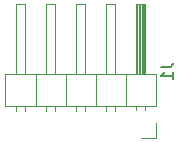
<source format=gbo>
G04 #@! TF.FileFunction,Legend,Bot*
%FSLAX46Y46*%
G04 Gerber Fmt 4.6, Leading zero omitted, Abs format (unit mm)*
G04 Created by KiCad (PCBNEW 4.0.7) date 02/21/18 20:26:29*
%MOMM*%
%LPD*%
G01*
G04 APERTURE LIST*
%ADD10C,0.100000*%
%ADD11C,0.120000*%
%ADD12C,0.150000*%
G04 APERTURE END LIST*
D10*
D11*
X143650000Y-95900000D02*
X130830000Y-95900000D01*
X130830000Y-95900000D02*
X130830000Y-93240000D01*
X130830000Y-93240000D02*
X143650000Y-93240000D01*
X143650000Y-93240000D02*
X143650000Y-95900000D01*
X142700000Y-93240000D02*
X142700000Y-87240000D01*
X142700000Y-87240000D02*
X141940000Y-87240000D01*
X141940000Y-87240000D02*
X141940000Y-93240000D01*
X142640000Y-93240000D02*
X142640000Y-87240000D01*
X142520000Y-93240000D02*
X142520000Y-87240000D01*
X142400000Y-93240000D02*
X142400000Y-87240000D01*
X142280000Y-93240000D02*
X142280000Y-87240000D01*
X142160000Y-93240000D02*
X142160000Y-87240000D01*
X142040000Y-93240000D02*
X142040000Y-87240000D01*
X142700000Y-96230000D02*
X142700000Y-95900000D01*
X141940000Y-96230000D02*
X141940000Y-95900000D01*
X141050000Y-95900000D02*
X141050000Y-93240000D01*
X140160000Y-93240000D02*
X140160000Y-87240000D01*
X140160000Y-87240000D02*
X139400000Y-87240000D01*
X139400000Y-87240000D02*
X139400000Y-93240000D01*
X140160000Y-96297071D02*
X140160000Y-95900000D01*
X139400000Y-96297071D02*
X139400000Y-95900000D01*
X138510000Y-95900000D02*
X138510000Y-93240000D01*
X137620000Y-93240000D02*
X137620000Y-87240000D01*
X137620000Y-87240000D02*
X136860000Y-87240000D01*
X136860000Y-87240000D02*
X136860000Y-93240000D01*
X137620000Y-96297071D02*
X137620000Y-95900000D01*
X136860000Y-96297071D02*
X136860000Y-95900000D01*
X135970000Y-95900000D02*
X135970000Y-93240000D01*
X135080000Y-93240000D02*
X135080000Y-87240000D01*
X135080000Y-87240000D02*
X134320000Y-87240000D01*
X134320000Y-87240000D02*
X134320000Y-93240000D01*
X135080000Y-96297071D02*
X135080000Y-95900000D01*
X134320000Y-96297071D02*
X134320000Y-95900000D01*
X133430000Y-95900000D02*
X133430000Y-93240000D01*
X132540000Y-93240000D02*
X132540000Y-87240000D01*
X132540000Y-87240000D02*
X131780000Y-87240000D01*
X131780000Y-87240000D02*
X131780000Y-93240000D01*
X132540000Y-96297071D02*
X132540000Y-95900000D01*
X131780000Y-96297071D02*
X131780000Y-95900000D01*
X142320000Y-98610000D02*
X143590000Y-98610000D01*
X143590000Y-98610000D02*
X143590000Y-97340000D01*
D12*
X144042381Y-92621667D02*
X144756667Y-92621667D01*
X144899524Y-92574047D01*
X144994762Y-92478809D01*
X145042381Y-92335952D01*
X145042381Y-92240714D01*
X145042381Y-93621667D02*
X145042381Y-93050238D01*
X145042381Y-93335952D02*
X144042381Y-93335952D01*
X144185238Y-93240714D01*
X144280476Y-93145476D01*
X144328095Y-93050238D01*
M02*

</source>
